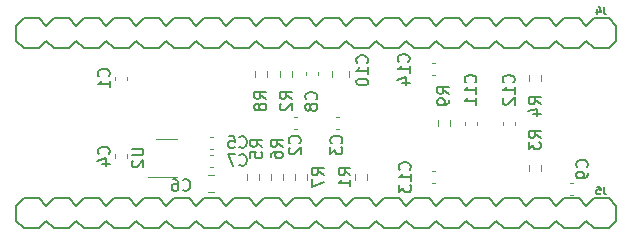
<source format=gbr>
%TF.GenerationSoftware,KiCad,Pcbnew,(5.1.9)-1*%
%TF.CreationDate,2021-02-16T15:18:36+08:00*%
%TF.ProjectId,STM32_Core_Board,53544d33-325f-4436-9f72-655f426f6172,rev?*%
%TF.SameCoordinates,Original*%
%TF.FileFunction,Legend,Bot*%
%TF.FilePolarity,Positive*%
%FSLAX46Y46*%
G04 Gerber Fmt 4.6, Leading zero omitted, Abs format (unit mm)*
G04 Created by KiCad (PCBNEW (5.1.9)-1) date 2021-02-16 15:18:36*
%MOMM*%
%LPD*%
G01*
G04 APERTURE LIST*
%ADD10C,0.120000*%
%ADD11C,0.203200*%
%ADD12C,0.150000*%
%ADD13C,0.127000*%
G04 APERTURE END LIST*
D10*
%TO.C,C14*%
X87235420Y-147068000D02*
X87516580Y-147068000D01*
X87235420Y-146048000D02*
X87516580Y-146048000D01*
%TO.C,C13*%
X87235420Y-156212000D02*
X87516580Y-156212000D01*
X87235420Y-155192000D02*
X87516580Y-155192000D01*
%TO.C,C12*%
X93292200Y-150989420D02*
X93292200Y-151270580D01*
X94312200Y-150989420D02*
X94312200Y-151270580D01*
%TO.C,C11*%
X90091800Y-150989420D02*
X90091800Y-151270580D01*
X91111800Y-150989420D02*
X91111800Y-151270580D01*
%TO.C,C10*%
X80237000Y-147200252D02*
X80237000Y-146677748D01*
X78767000Y-147200252D02*
X78767000Y-146677748D01*
%TO.C,C9*%
X99200580Y-156208000D02*
X98919420Y-156208000D01*
X99200580Y-157228000D02*
X98919420Y-157228000D01*
%TO.C,C8*%
X77599000Y-147079580D02*
X77599000Y-146798420D01*
X76579000Y-147079580D02*
X76579000Y-146798420D01*
%TO.C,C7*%
X68439420Y-154815000D02*
X68720580Y-154815000D01*
X68439420Y-153795000D02*
X68720580Y-153795000D01*
%TO.C,C6*%
X68841252Y-155475000D02*
X68318748Y-155475000D01*
X68841252Y-156945000D02*
X68318748Y-156945000D01*
%TO.C,C5*%
X68439420Y-153291000D02*
X68720580Y-153291000D01*
X68439420Y-152271000D02*
X68720580Y-152271000D01*
%TO.C,C4*%
X60450000Y-153758020D02*
X60450000Y-154039180D01*
X61470000Y-153758020D02*
X61470000Y-154039180D01*
%TO.C,C3*%
X79388580Y-150620000D02*
X79107420Y-150620000D01*
X79388580Y-151640000D02*
X79107420Y-151640000D01*
%TO.C,C2*%
X75551420Y-151640000D02*
X75832580Y-151640000D01*
X75551420Y-150620000D02*
X75832580Y-150620000D01*
%TO.C,C1*%
X60450000Y-147179420D02*
X60450000Y-147460580D01*
X61470000Y-147179420D02*
X61470000Y-147460580D01*
%TO.C,U2*%
X63870000Y-152441000D02*
X65670000Y-152441000D01*
X65670000Y-155661000D02*
X63220000Y-155661000D01*
%TO.C,R9*%
X88787500Y-151367258D02*
X88787500Y-150892742D01*
X87742500Y-151367258D02*
X87742500Y-150892742D01*
%TO.C,R8*%
X73293500Y-147176258D02*
X73293500Y-146701742D01*
X72248500Y-147176258D02*
X72248500Y-146701742D01*
%TO.C,R7*%
X76722500Y-155939258D02*
X76722500Y-155464742D01*
X75677500Y-155939258D02*
X75677500Y-155464742D01*
%TO.C,R6*%
X74690500Y-155939258D02*
X74690500Y-155464742D01*
X73645500Y-155939258D02*
X73645500Y-155464742D01*
%TO.C,R5*%
X72658500Y-155939258D02*
X72658500Y-155464742D01*
X71613500Y-155939258D02*
X71613500Y-155464742D01*
%TO.C,R4*%
X95489500Y-147082742D02*
X95489500Y-147557258D01*
X96534500Y-147082742D02*
X96534500Y-147557258D01*
%TO.C,R3*%
X96534500Y-155177258D02*
X96534500Y-154702742D01*
X95489500Y-155177258D02*
X95489500Y-154702742D01*
%TO.C,R2*%
X74407500Y-146701742D02*
X74407500Y-147176258D01*
X75452500Y-146701742D02*
X75452500Y-147176258D01*
%TO.C,R1*%
X80757500Y-155464742D02*
X80757500Y-155939258D01*
X81802500Y-155464742D02*
X81802500Y-155939258D01*
D11*
%TO.C,J5*%
X54610000Y-159385000D02*
X53975000Y-160020000D01*
X52705000Y-160020000D02*
X53975000Y-160020000D01*
X52070000Y-159385000D02*
X52705000Y-160020000D01*
X52070000Y-158115000D02*
X52070000Y-159385000D01*
X52705000Y-157480000D02*
X52070000Y-158115000D01*
X53975000Y-157480000D02*
X52705000Y-157480000D01*
X53975000Y-157480000D02*
X54610000Y-158115000D01*
X57150000Y-159385000D02*
X56515000Y-160020000D01*
X55245000Y-160020000D02*
X56515000Y-160020000D01*
X54610000Y-159385000D02*
X55245000Y-160020000D01*
X55245000Y-157480000D02*
X54610000Y-158115000D01*
X56515000Y-157480000D02*
X55245000Y-157480000D01*
X56515000Y-157480000D02*
X57150000Y-158115000D01*
X59690000Y-159385000D02*
X59055000Y-160020000D01*
X57785000Y-160020000D02*
X59055000Y-160020000D01*
X57150000Y-159385000D02*
X57785000Y-160020000D01*
X57785000Y-157480000D02*
X57150000Y-158115000D01*
X59055000Y-157480000D02*
X57785000Y-157480000D01*
X59055000Y-157480000D02*
X59690000Y-158115000D01*
X62230000Y-159385000D02*
X61595000Y-160020000D01*
X60325000Y-160020000D02*
X61595000Y-160020000D01*
X59690000Y-159385000D02*
X60325000Y-160020000D01*
X60325000Y-157480000D02*
X59690000Y-158115000D01*
X61595000Y-157480000D02*
X60325000Y-157480000D01*
X61595000Y-157480000D02*
X62230000Y-158115000D01*
X64770000Y-159385000D02*
X64135000Y-160020000D01*
X62865000Y-160020000D02*
X64135000Y-160020000D01*
X62230000Y-159385000D02*
X62865000Y-160020000D01*
X62865000Y-157480000D02*
X62230000Y-158115000D01*
X64135000Y-157480000D02*
X62865000Y-157480000D01*
X64135000Y-157480000D02*
X64770000Y-158115000D01*
X67310000Y-159385000D02*
X66675000Y-160020000D01*
X65405000Y-160020000D02*
X66675000Y-160020000D01*
X64770000Y-159385000D02*
X65405000Y-160020000D01*
X65405000Y-157480000D02*
X64770000Y-158115000D01*
X66675000Y-157480000D02*
X65405000Y-157480000D01*
X66675000Y-157480000D02*
X67310000Y-158115000D01*
X83185000Y-160020000D02*
X84455000Y-160020000D01*
X85090000Y-159385000D02*
X84455000Y-160020000D01*
X84455000Y-157480000D02*
X85090000Y-158115000D01*
X81915000Y-160020000D02*
X82550000Y-159385000D01*
X80645000Y-160020000D02*
X81915000Y-160020000D01*
X80010000Y-159385000D02*
X80645000Y-160020000D01*
X80645000Y-157480000D02*
X80010000Y-158115000D01*
X81915000Y-157480000D02*
X80645000Y-157480000D01*
X82550000Y-158115000D02*
X81915000Y-157480000D01*
X82550000Y-159385000D02*
X83185000Y-160020000D01*
X83185000Y-157480000D02*
X82550000Y-158115000D01*
X84455000Y-157480000D02*
X83185000Y-157480000D01*
X75565000Y-160020000D02*
X76835000Y-160020000D01*
X77470000Y-159385000D02*
X76835000Y-160020000D01*
X76835000Y-157480000D02*
X77470000Y-158115000D01*
X79375000Y-160020000D02*
X80010000Y-159385000D01*
X78105000Y-160020000D02*
X79375000Y-160020000D01*
X77470000Y-159385000D02*
X78105000Y-160020000D01*
X78105000Y-157480000D02*
X77470000Y-158115000D01*
X79375000Y-157480000D02*
X78105000Y-157480000D01*
X80010000Y-158115000D02*
X79375000Y-157480000D01*
X74295000Y-160020000D02*
X74930000Y-159385000D01*
X73025000Y-160020000D02*
X74295000Y-160020000D01*
X72390000Y-159385000D02*
X73025000Y-160020000D01*
X73025000Y-157480000D02*
X72390000Y-158115000D01*
X74295000Y-157480000D02*
X73025000Y-157480000D01*
X74930000Y-158115000D02*
X74295000Y-157480000D01*
X74930000Y-159385000D02*
X75565000Y-160020000D01*
X75565000Y-157480000D02*
X74930000Y-158115000D01*
X76835000Y-157480000D02*
X75565000Y-157480000D01*
X67945000Y-160020000D02*
X69215000Y-160020000D01*
X69850000Y-159385000D02*
X69215000Y-160020000D01*
X69215000Y-157480000D02*
X69850000Y-158115000D01*
X71755000Y-160020000D02*
X72390000Y-159385000D01*
X70485000Y-160020000D02*
X71755000Y-160020000D01*
X69850000Y-159385000D02*
X70485000Y-160020000D01*
X70485000Y-157480000D02*
X69850000Y-158115000D01*
X71755000Y-157480000D02*
X70485000Y-157480000D01*
X72390000Y-158115000D02*
X71755000Y-157480000D01*
X67310000Y-159385000D02*
X67945000Y-160020000D01*
X67945000Y-157480000D02*
X67310000Y-158115000D01*
X69215000Y-157480000D02*
X67945000Y-157480000D01*
X100965000Y-160020000D02*
X102235000Y-160020000D01*
X102870000Y-159385000D02*
X102235000Y-160020000D01*
X102235000Y-157480000D02*
X102870000Y-158115000D01*
X102870000Y-158115000D02*
X102870000Y-159385000D01*
X99695000Y-160020000D02*
X100330000Y-159385000D01*
X98425000Y-160020000D02*
X99695000Y-160020000D01*
X97790000Y-159385000D02*
X98425000Y-160020000D01*
X98425000Y-157480000D02*
X97790000Y-158115000D01*
X99695000Y-157480000D02*
X98425000Y-157480000D01*
X100330000Y-158115000D02*
X99695000Y-157480000D01*
X100330000Y-159385000D02*
X100965000Y-160020000D01*
X100965000Y-157480000D02*
X100330000Y-158115000D01*
X102235000Y-157480000D02*
X100965000Y-157480000D01*
X93345000Y-160020000D02*
X94615000Y-160020000D01*
X95250000Y-159385000D02*
X94615000Y-160020000D01*
X94615000Y-157480000D02*
X95250000Y-158115000D01*
X97155000Y-160020000D02*
X97790000Y-159385000D01*
X95885000Y-160020000D02*
X97155000Y-160020000D01*
X95250000Y-159385000D02*
X95885000Y-160020000D01*
X95885000Y-157480000D02*
X95250000Y-158115000D01*
X97155000Y-157480000D02*
X95885000Y-157480000D01*
X97790000Y-158115000D02*
X97155000Y-157480000D01*
X92075000Y-160020000D02*
X92710000Y-159385000D01*
X90805000Y-160020000D02*
X92075000Y-160020000D01*
X90170000Y-159385000D02*
X90805000Y-160020000D01*
X90805000Y-157480000D02*
X90170000Y-158115000D01*
X92075000Y-157480000D02*
X90805000Y-157480000D01*
X92710000Y-158115000D02*
X92075000Y-157480000D01*
X92710000Y-159385000D02*
X93345000Y-160020000D01*
X93345000Y-157480000D02*
X92710000Y-158115000D01*
X94615000Y-157480000D02*
X93345000Y-157480000D01*
X85725000Y-160020000D02*
X86995000Y-160020000D01*
X87630000Y-159385000D02*
X86995000Y-160020000D01*
X86995000Y-157480000D02*
X87630000Y-158115000D01*
X89535000Y-160020000D02*
X90170000Y-159385000D01*
X88265000Y-160020000D02*
X89535000Y-160020000D01*
X87630000Y-159385000D02*
X88265000Y-160020000D01*
X88265000Y-157480000D02*
X87630000Y-158115000D01*
X89535000Y-157480000D02*
X88265000Y-157480000D01*
X90170000Y-158115000D02*
X89535000Y-157480000D01*
X85090000Y-159385000D02*
X85725000Y-160020000D01*
X85725000Y-157480000D02*
X85090000Y-158115000D01*
X86995000Y-157480000D02*
X85725000Y-157480000D01*
%TO.C,J4*%
X54610000Y-144145000D02*
X53975000Y-144780000D01*
X52705000Y-144780000D02*
X53975000Y-144780000D01*
X52070000Y-144145000D02*
X52705000Y-144780000D01*
X52070000Y-142875000D02*
X52070000Y-144145000D01*
X52705000Y-142240000D02*
X52070000Y-142875000D01*
X53975000Y-142240000D02*
X52705000Y-142240000D01*
X53975000Y-142240000D02*
X54610000Y-142875000D01*
X57150000Y-144145000D02*
X56515000Y-144780000D01*
X55245000Y-144780000D02*
X56515000Y-144780000D01*
X54610000Y-144145000D02*
X55245000Y-144780000D01*
X55245000Y-142240000D02*
X54610000Y-142875000D01*
X56515000Y-142240000D02*
X55245000Y-142240000D01*
X56515000Y-142240000D02*
X57150000Y-142875000D01*
X59690000Y-144145000D02*
X59055000Y-144780000D01*
X57785000Y-144780000D02*
X59055000Y-144780000D01*
X57150000Y-144145000D02*
X57785000Y-144780000D01*
X57785000Y-142240000D02*
X57150000Y-142875000D01*
X59055000Y-142240000D02*
X57785000Y-142240000D01*
X59055000Y-142240000D02*
X59690000Y-142875000D01*
X62230000Y-144145000D02*
X61595000Y-144780000D01*
X60325000Y-144780000D02*
X61595000Y-144780000D01*
X59690000Y-144145000D02*
X60325000Y-144780000D01*
X60325000Y-142240000D02*
X59690000Y-142875000D01*
X61595000Y-142240000D02*
X60325000Y-142240000D01*
X61595000Y-142240000D02*
X62230000Y-142875000D01*
X64770000Y-144145000D02*
X64135000Y-144780000D01*
X62865000Y-144780000D02*
X64135000Y-144780000D01*
X62230000Y-144145000D02*
X62865000Y-144780000D01*
X62865000Y-142240000D02*
X62230000Y-142875000D01*
X64135000Y-142240000D02*
X62865000Y-142240000D01*
X64135000Y-142240000D02*
X64770000Y-142875000D01*
X67310000Y-144145000D02*
X66675000Y-144780000D01*
X65405000Y-144780000D02*
X66675000Y-144780000D01*
X64770000Y-144145000D02*
X65405000Y-144780000D01*
X65405000Y-142240000D02*
X64770000Y-142875000D01*
X66675000Y-142240000D02*
X65405000Y-142240000D01*
X66675000Y-142240000D02*
X67310000Y-142875000D01*
X83185000Y-144780000D02*
X84455000Y-144780000D01*
X85090000Y-144145000D02*
X84455000Y-144780000D01*
X84455000Y-142240000D02*
X85090000Y-142875000D01*
X81915000Y-144780000D02*
X82550000Y-144145000D01*
X80645000Y-144780000D02*
X81915000Y-144780000D01*
X80010000Y-144145000D02*
X80645000Y-144780000D01*
X80645000Y-142240000D02*
X80010000Y-142875000D01*
X81915000Y-142240000D02*
X80645000Y-142240000D01*
X82550000Y-142875000D02*
X81915000Y-142240000D01*
X82550000Y-144145000D02*
X83185000Y-144780000D01*
X83185000Y-142240000D02*
X82550000Y-142875000D01*
X84455000Y-142240000D02*
X83185000Y-142240000D01*
X75565000Y-144780000D02*
X76835000Y-144780000D01*
X77470000Y-144145000D02*
X76835000Y-144780000D01*
X76835000Y-142240000D02*
X77470000Y-142875000D01*
X79375000Y-144780000D02*
X80010000Y-144145000D01*
X78105000Y-144780000D02*
X79375000Y-144780000D01*
X77470000Y-144145000D02*
X78105000Y-144780000D01*
X78105000Y-142240000D02*
X77470000Y-142875000D01*
X79375000Y-142240000D02*
X78105000Y-142240000D01*
X80010000Y-142875000D02*
X79375000Y-142240000D01*
X74295000Y-144780000D02*
X74930000Y-144145000D01*
X73025000Y-144780000D02*
X74295000Y-144780000D01*
X72390000Y-144145000D02*
X73025000Y-144780000D01*
X73025000Y-142240000D02*
X72390000Y-142875000D01*
X74295000Y-142240000D02*
X73025000Y-142240000D01*
X74930000Y-142875000D02*
X74295000Y-142240000D01*
X74930000Y-144145000D02*
X75565000Y-144780000D01*
X75565000Y-142240000D02*
X74930000Y-142875000D01*
X76835000Y-142240000D02*
X75565000Y-142240000D01*
X67945000Y-144780000D02*
X69215000Y-144780000D01*
X69850000Y-144145000D02*
X69215000Y-144780000D01*
X69215000Y-142240000D02*
X69850000Y-142875000D01*
X71755000Y-144780000D02*
X72390000Y-144145000D01*
X70485000Y-144780000D02*
X71755000Y-144780000D01*
X69850000Y-144145000D02*
X70485000Y-144780000D01*
X70485000Y-142240000D02*
X69850000Y-142875000D01*
X71755000Y-142240000D02*
X70485000Y-142240000D01*
X72390000Y-142875000D02*
X71755000Y-142240000D01*
X67310000Y-144145000D02*
X67945000Y-144780000D01*
X67945000Y-142240000D02*
X67310000Y-142875000D01*
X69215000Y-142240000D02*
X67945000Y-142240000D01*
X100965000Y-144780000D02*
X102235000Y-144780000D01*
X102870000Y-144145000D02*
X102235000Y-144780000D01*
X102235000Y-142240000D02*
X102870000Y-142875000D01*
X102870000Y-142875000D02*
X102870000Y-144145000D01*
X99695000Y-144780000D02*
X100330000Y-144145000D01*
X98425000Y-144780000D02*
X99695000Y-144780000D01*
X97790000Y-144145000D02*
X98425000Y-144780000D01*
X98425000Y-142240000D02*
X97790000Y-142875000D01*
X99695000Y-142240000D02*
X98425000Y-142240000D01*
X100330000Y-142875000D02*
X99695000Y-142240000D01*
X100330000Y-144145000D02*
X100965000Y-144780000D01*
X100965000Y-142240000D02*
X100330000Y-142875000D01*
X102235000Y-142240000D02*
X100965000Y-142240000D01*
X93345000Y-144780000D02*
X94615000Y-144780000D01*
X95250000Y-144145000D02*
X94615000Y-144780000D01*
X94615000Y-142240000D02*
X95250000Y-142875000D01*
X97155000Y-144780000D02*
X97790000Y-144145000D01*
X95885000Y-144780000D02*
X97155000Y-144780000D01*
X95250000Y-144145000D02*
X95885000Y-144780000D01*
X95885000Y-142240000D02*
X95250000Y-142875000D01*
X97155000Y-142240000D02*
X95885000Y-142240000D01*
X97790000Y-142875000D02*
X97155000Y-142240000D01*
X92075000Y-144780000D02*
X92710000Y-144145000D01*
X90805000Y-144780000D02*
X92075000Y-144780000D01*
X90170000Y-144145000D02*
X90805000Y-144780000D01*
X90805000Y-142240000D02*
X90170000Y-142875000D01*
X92075000Y-142240000D02*
X90805000Y-142240000D01*
X92710000Y-142875000D02*
X92075000Y-142240000D01*
X92710000Y-144145000D02*
X93345000Y-144780000D01*
X93345000Y-142240000D02*
X92710000Y-142875000D01*
X94615000Y-142240000D02*
X93345000Y-142240000D01*
X85725000Y-144780000D02*
X86995000Y-144780000D01*
X87630000Y-144145000D02*
X86995000Y-144780000D01*
X86995000Y-142240000D02*
X87630000Y-142875000D01*
X89535000Y-144780000D02*
X90170000Y-144145000D01*
X88265000Y-144780000D02*
X89535000Y-144780000D01*
X87630000Y-144145000D02*
X88265000Y-144780000D01*
X88265000Y-142240000D02*
X87630000Y-142875000D01*
X89535000Y-142240000D02*
X88265000Y-142240000D01*
X90170000Y-142875000D02*
X89535000Y-142240000D01*
X85090000Y-144145000D02*
X85725000Y-144780000D01*
X85725000Y-142240000D02*
X85090000Y-142875000D01*
X86995000Y-142240000D02*
X85725000Y-142240000D01*
%TO.C,C14*%
D12*
X85269342Y-145915142D02*
X85316961Y-145867523D01*
X85364580Y-145724666D01*
X85364580Y-145629428D01*
X85316961Y-145486571D01*
X85221723Y-145391333D01*
X85126485Y-145343714D01*
X84936009Y-145296095D01*
X84793152Y-145296095D01*
X84602676Y-145343714D01*
X84507438Y-145391333D01*
X84412200Y-145486571D01*
X84364580Y-145629428D01*
X84364580Y-145724666D01*
X84412200Y-145867523D01*
X84459819Y-145915142D01*
X85364580Y-146867523D02*
X85364580Y-146296095D01*
X85364580Y-146581809D02*
X84364580Y-146581809D01*
X84507438Y-146486571D01*
X84602676Y-146391333D01*
X84650295Y-146296095D01*
X84697914Y-147724666D02*
X85364580Y-147724666D01*
X84316961Y-147486571D02*
X85031247Y-147248476D01*
X85031247Y-147867523D01*
%TO.C,C13*%
X85370942Y-155059142D02*
X85418561Y-155011523D01*
X85466180Y-154868666D01*
X85466180Y-154773428D01*
X85418561Y-154630571D01*
X85323323Y-154535333D01*
X85228085Y-154487714D01*
X85037609Y-154440095D01*
X84894752Y-154440095D01*
X84704276Y-154487714D01*
X84609038Y-154535333D01*
X84513800Y-154630571D01*
X84466180Y-154773428D01*
X84466180Y-154868666D01*
X84513800Y-155011523D01*
X84561419Y-155059142D01*
X85466180Y-156011523D02*
X85466180Y-155440095D01*
X85466180Y-155725809D02*
X84466180Y-155725809D01*
X84609038Y-155630571D01*
X84704276Y-155535333D01*
X84751895Y-155440095D01*
X84466180Y-156344857D02*
X84466180Y-156963904D01*
X84847133Y-156630571D01*
X84847133Y-156773428D01*
X84894752Y-156868666D01*
X84942371Y-156916285D01*
X85037609Y-156963904D01*
X85275704Y-156963904D01*
X85370942Y-156916285D01*
X85418561Y-156868666D01*
X85466180Y-156773428D01*
X85466180Y-156487714D01*
X85418561Y-156392476D01*
X85370942Y-156344857D01*
%TO.C,C12*%
X94159342Y-147667742D02*
X94206961Y-147620123D01*
X94254580Y-147477266D01*
X94254580Y-147382028D01*
X94206961Y-147239171D01*
X94111723Y-147143933D01*
X94016485Y-147096314D01*
X93826009Y-147048695D01*
X93683152Y-147048695D01*
X93492676Y-147096314D01*
X93397438Y-147143933D01*
X93302200Y-147239171D01*
X93254580Y-147382028D01*
X93254580Y-147477266D01*
X93302200Y-147620123D01*
X93349819Y-147667742D01*
X94254580Y-148620123D02*
X94254580Y-148048695D01*
X94254580Y-148334409D02*
X93254580Y-148334409D01*
X93397438Y-148239171D01*
X93492676Y-148143933D01*
X93540295Y-148048695D01*
X93349819Y-149001076D02*
X93302200Y-149048695D01*
X93254580Y-149143933D01*
X93254580Y-149382028D01*
X93302200Y-149477266D01*
X93349819Y-149524885D01*
X93445057Y-149572504D01*
X93540295Y-149572504D01*
X93683152Y-149524885D01*
X94254580Y-148953457D01*
X94254580Y-149572504D01*
%TO.C,C11*%
X90933542Y-147667742D02*
X90981161Y-147620123D01*
X91028780Y-147477266D01*
X91028780Y-147382028D01*
X90981161Y-147239171D01*
X90885923Y-147143933D01*
X90790685Y-147096314D01*
X90600209Y-147048695D01*
X90457352Y-147048695D01*
X90266876Y-147096314D01*
X90171638Y-147143933D01*
X90076400Y-147239171D01*
X90028780Y-147382028D01*
X90028780Y-147477266D01*
X90076400Y-147620123D01*
X90124019Y-147667742D01*
X91028780Y-148620123D02*
X91028780Y-148048695D01*
X91028780Y-148334409D02*
X90028780Y-148334409D01*
X90171638Y-148239171D01*
X90266876Y-148143933D01*
X90314495Y-148048695D01*
X91028780Y-149572504D02*
X91028780Y-149001076D01*
X91028780Y-149286790D02*
X90028780Y-149286790D01*
X90171638Y-149191552D01*
X90266876Y-149096314D01*
X90314495Y-149001076D01*
%TO.C,C10*%
X81764142Y-146016742D02*
X81811761Y-145969123D01*
X81859380Y-145826266D01*
X81859380Y-145731028D01*
X81811761Y-145588171D01*
X81716523Y-145492933D01*
X81621285Y-145445314D01*
X81430809Y-145397695D01*
X81287952Y-145397695D01*
X81097476Y-145445314D01*
X81002238Y-145492933D01*
X80907000Y-145588171D01*
X80859380Y-145731028D01*
X80859380Y-145826266D01*
X80907000Y-145969123D01*
X80954619Y-146016742D01*
X81859380Y-146969123D02*
X81859380Y-146397695D01*
X81859380Y-146683409D02*
X80859380Y-146683409D01*
X81002238Y-146588171D01*
X81097476Y-146492933D01*
X81145095Y-146397695D01*
X80859380Y-147588171D02*
X80859380Y-147683409D01*
X80907000Y-147778647D01*
X80954619Y-147826266D01*
X81049857Y-147873885D01*
X81240333Y-147921504D01*
X81478428Y-147921504D01*
X81668904Y-147873885D01*
X81764142Y-147826266D01*
X81811761Y-147778647D01*
X81859380Y-147683409D01*
X81859380Y-147588171D01*
X81811761Y-147492933D01*
X81764142Y-147445314D01*
X81668904Y-147397695D01*
X81478428Y-147350076D01*
X81240333Y-147350076D01*
X81049857Y-147397695D01*
X80954619Y-147445314D01*
X80907000Y-147492933D01*
X80859380Y-147588171D01*
%TO.C,C9*%
X100382342Y-154849533D02*
X100429961Y-154801914D01*
X100477580Y-154659057D01*
X100477580Y-154563819D01*
X100429961Y-154420961D01*
X100334723Y-154325723D01*
X100239485Y-154278104D01*
X100049009Y-154230485D01*
X99906152Y-154230485D01*
X99715676Y-154278104D01*
X99620438Y-154325723D01*
X99525200Y-154420961D01*
X99477580Y-154563819D01*
X99477580Y-154659057D01*
X99525200Y-154801914D01*
X99572819Y-154849533D01*
X100477580Y-155325723D02*
X100477580Y-155516200D01*
X100429961Y-155611438D01*
X100382342Y-155659057D01*
X100239485Y-155754295D01*
X100049009Y-155801914D01*
X99668057Y-155801914D01*
X99572819Y-155754295D01*
X99525200Y-155706676D01*
X99477580Y-155611438D01*
X99477580Y-155420961D01*
X99525200Y-155325723D01*
X99572819Y-155278104D01*
X99668057Y-155230485D01*
X99906152Y-155230485D01*
X100001390Y-155278104D01*
X100049009Y-155325723D01*
X100096628Y-155420961D01*
X100096628Y-155611438D01*
X100049009Y-155706676D01*
X100001390Y-155754295D01*
X99906152Y-155801914D01*
%TO.C,C8*%
X77446142Y-149109133D02*
X77493761Y-149061514D01*
X77541380Y-148918657D01*
X77541380Y-148823419D01*
X77493761Y-148680561D01*
X77398523Y-148585323D01*
X77303285Y-148537704D01*
X77112809Y-148490085D01*
X76969952Y-148490085D01*
X76779476Y-148537704D01*
X76684238Y-148585323D01*
X76589000Y-148680561D01*
X76541380Y-148823419D01*
X76541380Y-148918657D01*
X76589000Y-149061514D01*
X76636619Y-149109133D01*
X76969952Y-149680561D02*
X76922333Y-149585323D01*
X76874714Y-149537704D01*
X76779476Y-149490085D01*
X76731857Y-149490085D01*
X76636619Y-149537704D01*
X76589000Y-149585323D01*
X76541380Y-149680561D01*
X76541380Y-149871038D01*
X76589000Y-149966276D01*
X76636619Y-150013895D01*
X76731857Y-150061514D01*
X76779476Y-150061514D01*
X76874714Y-150013895D01*
X76922333Y-149966276D01*
X76969952Y-149871038D01*
X76969952Y-149680561D01*
X77017571Y-149585323D01*
X77065190Y-149537704D01*
X77160428Y-149490085D01*
X77350904Y-149490085D01*
X77446142Y-149537704D01*
X77493761Y-149585323D01*
X77541380Y-149680561D01*
X77541380Y-149871038D01*
X77493761Y-149966276D01*
X77446142Y-150013895D01*
X77350904Y-150061514D01*
X77160428Y-150061514D01*
X77065190Y-150013895D01*
X77017571Y-149966276D01*
X76969952Y-149871038D01*
%TO.C,C7*%
X70956466Y-154662142D02*
X71004085Y-154709761D01*
X71146942Y-154757380D01*
X71242180Y-154757380D01*
X71385038Y-154709761D01*
X71480276Y-154614523D01*
X71527895Y-154519285D01*
X71575514Y-154328809D01*
X71575514Y-154185952D01*
X71527895Y-153995476D01*
X71480276Y-153900238D01*
X71385038Y-153805000D01*
X71242180Y-153757380D01*
X71146942Y-153757380D01*
X71004085Y-153805000D01*
X70956466Y-153852619D01*
X70623133Y-153757380D02*
X69956466Y-153757380D01*
X70385038Y-154757380D01*
%TO.C,C6*%
X66181266Y-156770342D02*
X66228885Y-156817961D01*
X66371742Y-156865580D01*
X66466980Y-156865580D01*
X66609838Y-156817961D01*
X66705076Y-156722723D01*
X66752695Y-156627485D01*
X66800314Y-156437009D01*
X66800314Y-156294152D01*
X66752695Y-156103676D01*
X66705076Y-156008438D01*
X66609838Y-155913200D01*
X66466980Y-155865580D01*
X66371742Y-155865580D01*
X66228885Y-155913200D01*
X66181266Y-155960819D01*
X65324123Y-155865580D02*
X65514600Y-155865580D01*
X65609838Y-155913200D01*
X65657457Y-155960819D01*
X65752695Y-156103676D01*
X65800314Y-156294152D01*
X65800314Y-156675104D01*
X65752695Y-156770342D01*
X65705076Y-156817961D01*
X65609838Y-156865580D01*
X65419361Y-156865580D01*
X65324123Y-156817961D01*
X65276504Y-156770342D01*
X65228885Y-156675104D01*
X65228885Y-156437009D01*
X65276504Y-156341771D01*
X65324123Y-156294152D01*
X65419361Y-156246533D01*
X65609838Y-156246533D01*
X65705076Y-156294152D01*
X65752695Y-156341771D01*
X65800314Y-156437009D01*
%TO.C,C5*%
X70956466Y-153138142D02*
X71004085Y-153185761D01*
X71146942Y-153233380D01*
X71242180Y-153233380D01*
X71385038Y-153185761D01*
X71480276Y-153090523D01*
X71527895Y-152995285D01*
X71575514Y-152804809D01*
X71575514Y-152661952D01*
X71527895Y-152471476D01*
X71480276Y-152376238D01*
X71385038Y-152281000D01*
X71242180Y-152233380D01*
X71146942Y-152233380D01*
X71004085Y-152281000D01*
X70956466Y-152328619D01*
X70051704Y-152233380D02*
X70527895Y-152233380D01*
X70575514Y-152709571D01*
X70527895Y-152661952D01*
X70432657Y-152614333D01*
X70194561Y-152614333D01*
X70099323Y-152661952D01*
X70051704Y-152709571D01*
X70004085Y-152804809D01*
X70004085Y-153042904D01*
X70051704Y-153138142D01*
X70099323Y-153185761D01*
X70194561Y-153233380D01*
X70432657Y-153233380D01*
X70527895Y-153185761D01*
X70575514Y-153138142D01*
%TO.C,C4*%
X59887142Y-153731933D02*
X59934761Y-153684314D01*
X59982380Y-153541457D01*
X59982380Y-153446219D01*
X59934761Y-153303361D01*
X59839523Y-153208123D01*
X59744285Y-153160504D01*
X59553809Y-153112885D01*
X59410952Y-153112885D01*
X59220476Y-153160504D01*
X59125238Y-153208123D01*
X59030000Y-153303361D01*
X58982380Y-153446219D01*
X58982380Y-153541457D01*
X59030000Y-153684314D01*
X59077619Y-153731933D01*
X59315714Y-154589076D02*
X59982380Y-154589076D01*
X58934761Y-154350980D02*
X59649047Y-154112885D01*
X59649047Y-154731933D01*
%TO.C,C3*%
X79579742Y-152812333D02*
X79627361Y-152764714D01*
X79674980Y-152621857D01*
X79674980Y-152526619D01*
X79627361Y-152383761D01*
X79532123Y-152288523D01*
X79436885Y-152240904D01*
X79246409Y-152193285D01*
X79103552Y-152193285D01*
X78913076Y-152240904D01*
X78817838Y-152288523D01*
X78722600Y-152383761D01*
X78674980Y-152526619D01*
X78674980Y-152621857D01*
X78722600Y-152764714D01*
X78770219Y-152812333D01*
X78674980Y-153145666D02*
X78674980Y-153764714D01*
X79055933Y-153431380D01*
X79055933Y-153574238D01*
X79103552Y-153669476D01*
X79151171Y-153717095D01*
X79246409Y-153764714D01*
X79484504Y-153764714D01*
X79579742Y-153717095D01*
X79627361Y-153669476D01*
X79674980Y-153574238D01*
X79674980Y-153288523D01*
X79627361Y-153193285D01*
X79579742Y-153145666D01*
%TO.C,C2*%
X76049142Y-152812333D02*
X76096761Y-152764714D01*
X76144380Y-152621857D01*
X76144380Y-152526619D01*
X76096761Y-152383761D01*
X76001523Y-152288523D01*
X75906285Y-152240904D01*
X75715809Y-152193285D01*
X75572952Y-152193285D01*
X75382476Y-152240904D01*
X75287238Y-152288523D01*
X75192000Y-152383761D01*
X75144380Y-152526619D01*
X75144380Y-152621857D01*
X75192000Y-152764714D01*
X75239619Y-152812333D01*
X75239619Y-153193285D02*
X75192000Y-153240904D01*
X75144380Y-153336142D01*
X75144380Y-153574238D01*
X75192000Y-153669476D01*
X75239619Y-153717095D01*
X75334857Y-153764714D01*
X75430095Y-153764714D01*
X75572952Y-153717095D01*
X76144380Y-153145666D01*
X76144380Y-153764714D01*
%TO.C,C1*%
X59887142Y-147153333D02*
X59934761Y-147105714D01*
X59982380Y-146962857D01*
X59982380Y-146867619D01*
X59934761Y-146724761D01*
X59839523Y-146629523D01*
X59744285Y-146581904D01*
X59553809Y-146534285D01*
X59410952Y-146534285D01*
X59220476Y-146581904D01*
X59125238Y-146629523D01*
X59030000Y-146724761D01*
X58982380Y-146867619D01*
X58982380Y-146962857D01*
X59030000Y-147105714D01*
X59077619Y-147153333D01*
X59982380Y-148105714D02*
X59982380Y-147534285D01*
X59982380Y-147820000D02*
X58982380Y-147820000D01*
X59125238Y-147724761D01*
X59220476Y-147629523D01*
X59268095Y-147534285D01*
%TO.C,U2*%
X61834780Y-153289095D02*
X62644304Y-153289095D01*
X62739542Y-153336714D01*
X62787161Y-153384333D01*
X62834780Y-153479571D01*
X62834780Y-153670047D01*
X62787161Y-153765285D01*
X62739542Y-153812904D01*
X62644304Y-153860523D01*
X61834780Y-153860523D01*
X61930019Y-154289095D02*
X61882400Y-154336714D01*
X61834780Y-154431952D01*
X61834780Y-154670047D01*
X61882400Y-154765285D01*
X61930019Y-154812904D01*
X62025257Y-154860523D01*
X62120495Y-154860523D01*
X62263352Y-154812904D01*
X62834780Y-154241476D01*
X62834780Y-154860523D01*
%TO.C,R9*%
X88717380Y-148651933D02*
X88241190Y-148318600D01*
X88717380Y-148080504D02*
X87717380Y-148080504D01*
X87717380Y-148461457D01*
X87765000Y-148556695D01*
X87812619Y-148604314D01*
X87907857Y-148651933D01*
X88050714Y-148651933D01*
X88145952Y-148604314D01*
X88193571Y-148556695D01*
X88241190Y-148461457D01*
X88241190Y-148080504D01*
X88717380Y-149128123D02*
X88717380Y-149318600D01*
X88669761Y-149413838D01*
X88622142Y-149461457D01*
X88479285Y-149556695D01*
X88288809Y-149604314D01*
X87907857Y-149604314D01*
X87812619Y-149556695D01*
X87765000Y-149509076D01*
X87717380Y-149413838D01*
X87717380Y-149223361D01*
X87765000Y-149128123D01*
X87812619Y-149080504D01*
X87907857Y-149032885D01*
X88145952Y-149032885D01*
X88241190Y-149080504D01*
X88288809Y-149128123D01*
X88336428Y-149223361D01*
X88336428Y-149413838D01*
X88288809Y-149509076D01*
X88241190Y-149556695D01*
X88145952Y-149604314D01*
%TO.C,R8*%
X73223380Y-149083733D02*
X72747190Y-148750400D01*
X73223380Y-148512304D02*
X72223380Y-148512304D01*
X72223380Y-148893257D01*
X72271000Y-148988495D01*
X72318619Y-149036114D01*
X72413857Y-149083733D01*
X72556714Y-149083733D01*
X72651952Y-149036114D01*
X72699571Y-148988495D01*
X72747190Y-148893257D01*
X72747190Y-148512304D01*
X72651952Y-149655161D02*
X72604333Y-149559923D01*
X72556714Y-149512304D01*
X72461476Y-149464685D01*
X72413857Y-149464685D01*
X72318619Y-149512304D01*
X72271000Y-149559923D01*
X72223380Y-149655161D01*
X72223380Y-149845638D01*
X72271000Y-149940876D01*
X72318619Y-149988495D01*
X72413857Y-150036114D01*
X72461476Y-150036114D01*
X72556714Y-149988495D01*
X72604333Y-149940876D01*
X72651952Y-149845638D01*
X72651952Y-149655161D01*
X72699571Y-149559923D01*
X72747190Y-149512304D01*
X72842428Y-149464685D01*
X73032904Y-149464685D01*
X73128142Y-149512304D01*
X73175761Y-149559923D01*
X73223380Y-149655161D01*
X73223380Y-149845638D01*
X73175761Y-149940876D01*
X73128142Y-149988495D01*
X73032904Y-150036114D01*
X72842428Y-150036114D01*
X72747190Y-149988495D01*
X72699571Y-149940876D01*
X72651952Y-149845638D01*
%TO.C,R7*%
X78082380Y-155535333D02*
X77606190Y-155202000D01*
X78082380Y-154963904D02*
X77082380Y-154963904D01*
X77082380Y-155344857D01*
X77130000Y-155440095D01*
X77177619Y-155487714D01*
X77272857Y-155535333D01*
X77415714Y-155535333D01*
X77510952Y-155487714D01*
X77558571Y-155440095D01*
X77606190Y-155344857D01*
X77606190Y-154963904D01*
X77082380Y-155868666D02*
X77082380Y-156535333D01*
X78082380Y-156106761D01*
%TO.C,R6*%
X74620380Y-153147733D02*
X74144190Y-152814400D01*
X74620380Y-152576304D02*
X73620380Y-152576304D01*
X73620380Y-152957257D01*
X73668000Y-153052495D01*
X73715619Y-153100114D01*
X73810857Y-153147733D01*
X73953714Y-153147733D01*
X74048952Y-153100114D01*
X74096571Y-153052495D01*
X74144190Y-152957257D01*
X74144190Y-152576304D01*
X73620380Y-154004876D02*
X73620380Y-153814400D01*
X73668000Y-153719161D01*
X73715619Y-153671542D01*
X73858476Y-153576304D01*
X74048952Y-153528685D01*
X74429904Y-153528685D01*
X74525142Y-153576304D01*
X74572761Y-153623923D01*
X74620380Y-153719161D01*
X74620380Y-153909638D01*
X74572761Y-154004876D01*
X74525142Y-154052495D01*
X74429904Y-154100114D01*
X74191809Y-154100114D01*
X74096571Y-154052495D01*
X74048952Y-154004876D01*
X74001333Y-153909638D01*
X74001333Y-153719161D01*
X74048952Y-153623923D01*
X74096571Y-153576304D01*
X74191809Y-153528685D01*
%TO.C,R5*%
X72893180Y-153147733D02*
X72416990Y-152814400D01*
X72893180Y-152576304D02*
X71893180Y-152576304D01*
X71893180Y-152957257D01*
X71940800Y-153052495D01*
X71988419Y-153100114D01*
X72083657Y-153147733D01*
X72226514Y-153147733D01*
X72321752Y-153100114D01*
X72369371Y-153052495D01*
X72416990Y-152957257D01*
X72416990Y-152576304D01*
X71893180Y-154052495D02*
X71893180Y-153576304D01*
X72369371Y-153528685D01*
X72321752Y-153576304D01*
X72274133Y-153671542D01*
X72274133Y-153909638D01*
X72321752Y-154004876D01*
X72369371Y-154052495D01*
X72464609Y-154100114D01*
X72702704Y-154100114D01*
X72797942Y-154052495D01*
X72845561Y-154004876D01*
X72893180Y-153909638D01*
X72893180Y-153671542D01*
X72845561Y-153576304D01*
X72797942Y-153528685D01*
%TO.C,R4*%
X96464380Y-149515533D02*
X95988190Y-149182200D01*
X96464380Y-148944104D02*
X95464380Y-148944104D01*
X95464380Y-149325057D01*
X95512000Y-149420295D01*
X95559619Y-149467914D01*
X95654857Y-149515533D01*
X95797714Y-149515533D01*
X95892952Y-149467914D01*
X95940571Y-149420295D01*
X95988190Y-149325057D01*
X95988190Y-148944104D01*
X95797714Y-150372676D02*
X96464380Y-150372676D01*
X95416761Y-150134580D02*
X96131047Y-149896485D01*
X96131047Y-150515533D01*
%TO.C,R3*%
X96464380Y-152385733D02*
X95988190Y-152052400D01*
X96464380Y-151814304D02*
X95464380Y-151814304D01*
X95464380Y-152195257D01*
X95512000Y-152290495D01*
X95559619Y-152338114D01*
X95654857Y-152385733D01*
X95797714Y-152385733D01*
X95892952Y-152338114D01*
X95940571Y-152290495D01*
X95988190Y-152195257D01*
X95988190Y-151814304D01*
X95464380Y-152719066D02*
X95464380Y-153338114D01*
X95845333Y-153004780D01*
X95845333Y-153147638D01*
X95892952Y-153242876D01*
X95940571Y-153290495D01*
X96035809Y-153338114D01*
X96273904Y-153338114D01*
X96369142Y-153290495D01*
X96416761Y-153242876D01*
X96464380Y-153147638D01*
X96464380Y-152861923D01*
X96416761Y-152766685D01*
X96369142Y-152719066D01*
%TO.C,R2*%
X75382380Y-149083733D02*
X74906190Y-148750400D01*
X75382380Y-148512304D02*
X74382380Y-148512304D01*
X74382380Y-148893257D01*
X74430000Y-148988495D01*
X74477619Y-149036114D01*
X74572857Y-149083733D01*
X74715714Y-149083733D01*
X74810952Y-149036114D01*
X74858571Y-148988495D01*
X74906190Y-148893257D01*
X74906190Y-148512304D01*
X74477619Y-149464685D02*
X74430000Y-149512304D01*
X74382380Y-149607542D01*
X74382380Y-149845638D01*
X74430000Y-149940876D01*
X74477619Y-149988495D01*
X74572857Y-150036114D01*
X74668095Y-150036114D01*
X74810952Y-149988495D01*
X75382380Y-149417066D01*
X75382380Y-150036114D01*
%TO.C,R1*%
X80360780Y-155535333D02*
X79884590Y-155202000D01*
X80360780Y-154963904D02*
X79360780Y-154963904D01*
X79360780Y-155344857D01*
X79408400Y-155440095D01*
X79456019Y-155487714D01*
X79551257Y-155535333D01*
X79694114Y-155535333D01*
X79789352Y-155487714D01*
X79836971Y-155440095D01*
X79884590Y-155344857D01*
X79884590Y-154963904D01*
X80360780Y-156487714D02*
X80360780Y-155916285D01*
X80360780Y-156202000D02*
X79360780Y-156202000D01*
X79503638Y-156106761D01*
X79598876Y-156011523D01*
X79646495Y-155916285D01*
%TO.C,J5*%
D13*
X101803200Y-156511171D02*
X101803200Y-156946600D01*
X101832228Y-157033685D01*
X101890285Y-157091742D01*
X101977371Y-157120771D01*
X102035428Y-157120771D01*
X101222628Y-156511171D02*
X101512914Y-156511171D01*
X101541942Y-156801457D01*
X101512914Y-156772428D01*
X101454857Y-156743400D01*
X101309714Y-156743400D01*
X101251657Y-156772428D01*
X101222628Y-156801457D01*
X101193600Y-156859514D01*
X101193600Y-157004657D01*
X101222628Y-157062714D01*
X101251657Y-157091742D01*
X101309714Y-157120771D01*
X101454857Y-157120771D01*
X101512914Y-157091742D01*
X101541942Y-157062714D01*
%TO.C,J4*%
X101803200Y-141271171D02*
X101803200Y-141706600D01*
X101832228Y-141793685D01*
X101890285Y-141851742D01*
X101977371Y-141880771D01*
X102035428Y-141880771D01*
X101251657Y-141474371D02*
X101251657Y-141880771D01*
X101396800Y-141242142D02*
X101541942Y-141677571D01*
X101164571Y-141677571D01*
%TD*%
M02*

</source>
